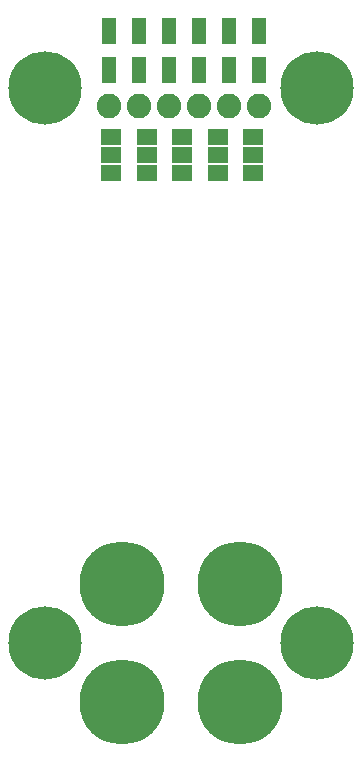
<source format=gbs>
G75*
%MOIN*%
%OFA0B0*%
%FSLAX24Y24*%
%IPPOS*%
%LPD*%
%AMOC8*
5,1,8,0,0,1.08239X$1,22.5*
%
%ADD10C,0.2836*%
%ADD11C,0.0820*%
%ADD12R,0.0474X0.0867*%
%ADD13R,0.0710X0.0540*%
%ADD14C,0.2442*%
D10*
X004874Y003300D03*
X004874Y007237D03*
X008811Y007237D03*
X008811Y003300D03*
D11*
X008441Y023181D03*
X007441Y023181D03*
X006441Y023181D03*
X005441Y023181D03*
X004441Y023181D03*
X009441Y023181D03*
D12*
X009441Y024382D03*
X009441Y025681D03*
X008441Y025681D03*
X008441Y024382D03*
X007441Y024382D03*
X007441Y025681D03*
X006441Y025681D03*
X006441Y024382D03*
X005441Y024382D03*
X005441Y025681D03*
X004441Y025681D03*
X004441Y024382D03*
D13*
X004520Y022128D03*
X004520Y021528D03*
X004520Y020928D03*
X005701Y020928D03*
X005701Y021528D03*
X005701Y022128D03*
X006882Y022128D03*
X006882Y021528D03*
X006882Y020928D03*
X008063Y020928D03*
X008063Y021528D03*
X008063Y022128D03*
X009244Y022128D03*
X009244Y021528D03*
X009244Y020928D03*
D14*
X002315Y005268D03*
X002315Y023772D03*
X011370Y023772D03*
X011370Y005268D03*
M02*

</source>
